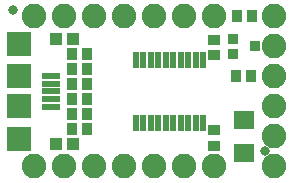
<source format=gbr>
G04 EAGLE Gerber RS-274X export*
G75*
%MOMM*%
%FSLAX34Y34*%
%LPD*%
%INSoldermask Top*%
%IPPOS*%
%AMOC8*
5,1,8,0,0,1.08239X$1,22.5*%
G01*
%ADD10R,0.584200X1.346200*%
%ADD11R,1.103200X0.903200*%
%ADD12R,0.903200X1.103200*%
%ADD13R,1.603200X0.553200*%
%ADD14R,2.103200X2.003200*%
%ADD15R,2.103200X2.103200*%
%ADD16C,2.082800*%
%ADD17R,1.803200X1.603200*%
%ADD18R,1.003200X1.003200*%
%ADD19R,0.903200X0.903200*%
%ADD20C,0.838200*%


D10*
X136525Y102997D03*
X142875Y102997D03*
X149225Y102997D03*
X155575Y102997D03*
X161925Y102997D03*
X168275Y102997D03*
X130175Y102997D03*
X123825Y102997D03*
X117475Y102997D03*
X111125Y102997D03*
X142875Y49403D03*
X136525Y49403D03*
X130175Y49403D03*
X123825Y49403D03*
X117475Y49403D03*
X111125Y49403D03*
X149225Y49403D03*
X155575Y49403D03*
X161925Y49403D03*
X168275Y49403D03*
D11*
X177800Y43330D03*
X177800Y30330D03*
D12*
X57000Y57150D03*
X70000Y57150D03*
X57000Y95250D03*
X70000Y95250D03*
X57000Y82550D03*
X70000Y82550D03*
X70000Y69850D03*
X57000Y69850D03*
D13*
X39200Y89200D03*
X39200Y63200D03*
X39200Y82700D03*
X39200Y76200D03*
X39200Y69700D03*
D14*
X12700Y116200D03*
X12700Y36200D03*
D15*
X12700Y88900D03*
X12700Y63500D03*
D11*
X177800Y120038D03*
X177800Y107038D03*
D16*
X228600Y12700D03*
X228600Y38100D03*
X228600Y63500D03*
X228600Y88900D03*
X228600Y114300D03*
X228600Y139700D03*
D17*
X203200Y24100D03*
X203200Y52100D03*
D18*
X58300Y31750D03*
X43300Y31750D03*
X58300Y120650D03*
X43300Y120650D03*
D12*
X57000Y107950D03*
X70000Y107950D03*
X57000Y44450D03*
X70000Y44450D03*
D16*
X177800Y139700D03*
X152400Y139700D03*
X127000Y139700D03*
X101600Y139700D03*
X76200Y139700D03*
X50800Y139700D03*
X25400Y139700D03*
X177800Y12700D03*
X152400Y12700D03*
X127000Y12700D03*
X101600Y12700D03*
X76200Y12700D03*
X50800Y12700D03*
X25400Y12700D03*
D19*
X193950Y120800D03*
X193950Y107800D03*
X212450Y114300D03*
D12*
X195684Y88900D03*
X208684Y88900D03*
X209700Y139700D03*
X196700Y139700D03*
D20*
X7620Y144780D03*
X220980Y25400D03*
M02*

</source>
